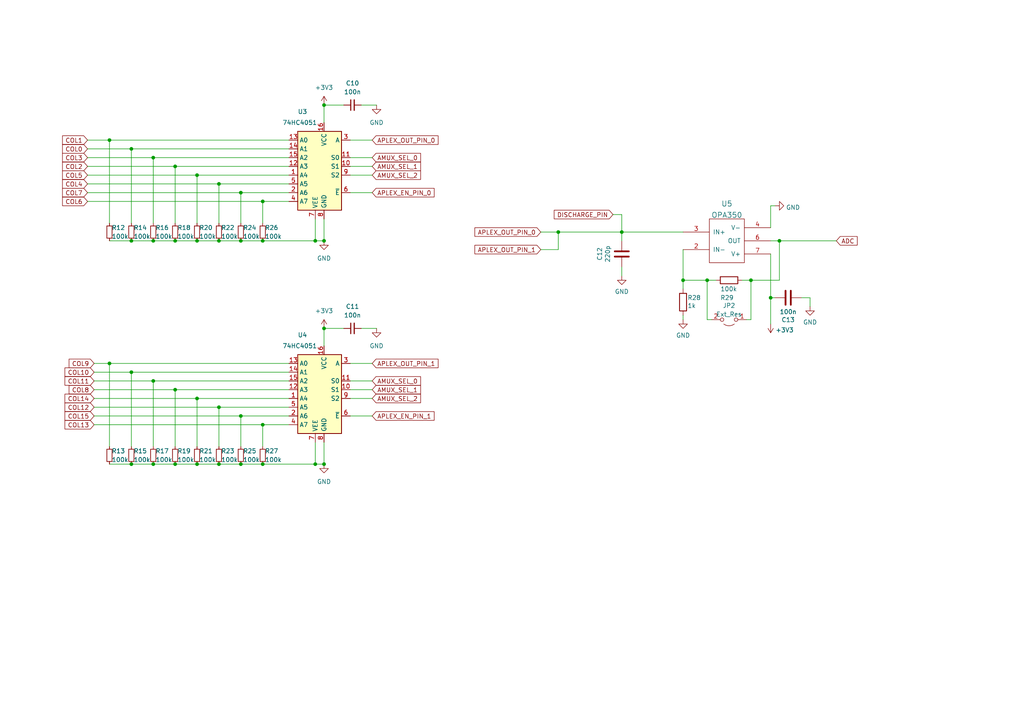
<source format=kicad_sch>
(kicad_sch (version 20211123) (generator eeschema)
  (paper "A4")
  (lib_symbols
    (symbol "74xx:74HC4051"
      (property "Reference" "U" (at -5.08 11.43 0))
      (property "Value" "74HC4051" (at -7.62 -13.97 0))
      (symbol "74HC4051_0_1"
        (rectangle (start -5.08 10.16) (end 7.62 -12.7) (stroke (width 0.254)) (fill (type background)))
      )
      (symbol "74HC4051_1_1"
        (pin passive line (at 10.16 -2.54 180) (length 2.54) (name "A4") (number "1"))
        (pin input line (at -7.62 0 0) (length 2.54) (name "S1") (number "10"))
        (pin input line (at -7.62 2.54 0) (length 2.54) (name "S0") (number "11"))
        (pin passive line (at 10.16 0 180) (length 2.54) (name "A3") (number "12"))
        (pin passive line (at 10.16 7.62 180) (length 2.54) (name "A0") (number "13"))
        (pin passive line (at 10.16 5.08 180) (length 2.54) (name "A1") (number "14"))
        (pin passive line (at 10.16 2.54 180) (length 2.54) (name "A2") (number "15"))
        (pin power_in line (at 0 12.7 270) (length 2.54) (name "VCC") (number "16"))
        (pin passive line (at 10.16 -7.62 180) (length 2.54) (name "A6") (number "2"))
        (pin passive line (at -7.62 7.62 0) (length 2.54) (name "A") (number "3"))
        (pin passive line (at 10.16 -10.16 180) (length 2.54) (name "A7") (number "4"))
        (pin passive line (at 10.16 -5.08 180) (length 2.54) (name "A5") (number "5"))
        (pin input line (at -7.62 -7.62 0) (length 2.54) (name "~{E}") (number "6"))
        (pin power_in line (at 2.54 -15.24 90) (length 2.54) (name "VEE") (number "7"))
        (pin power_in line (at 0 -15.24 90) (length 2.54) (name "GND") (number "8"))
        (pin input line (at -7.62 -2.54 0) (length 2.54) (name "S2") (number "9"))
      )
    )
    (symbol "Device:C" (pin_numbers hide) (pin_names (offset 0.254))
      (property "Reference" "C" (at 0.635 2.54 0))
      (property "Value" "C" (at 0.635 -2.54 0))
      (symbol "C_0_1"
        (polyline (pts (xy -2.032 -0.762) (xy 2.032 -0.762)) (stroke (width 0.508)))
        (polyline (pts (xy -2.032 0.762) (xy 2.032 0.762)) (stroke (width 0.508)))
      )
      (symbol "C_1_1"
        (pin passive line (at 0 3.81 270) (length 2.794) (name "~") (number "1"))
        (pin passive line (at 0 -3.81 90) (length 2.794) (name "~") (number "2"))
      )
    )
    (symbol "Device:C_Small" (pin_numbers hide) (pin_names (offset 0.254) hide)
      (property "Reference" "C" (at 0.254 1.778 0))
      (property "Value" "C_Small" (at 0.254 -2.032 0))
      (symbol "C_Small_0_1"
        (polyline (pts (xy -1.524 -0.508) (xy 1.524 -0.508)) (stroke (width 0.3302)))
        (polyline (pts (xy -1.524 0.508) (xy 1.524 0.508)) (stroke (width 0.3048)))
      )
      (symbol "C_Small_1_1"
        (pin passive line (at 0 2.54 270) (length 2.032) (name "~") (number "1"))
        (pin passive line (at 0 -2.54 90) (length 2.032) (name "~") (number "2"))
      )
    )
    (symbol "Device:R" (pin_numbers hide) (pin_names (offset 0))
      (property "Reference" "R" (at 2.032 0 90))
      (property "Value" "R" (at 0 0 90))
      (symbol "R_0_1"
        (rectangle (start -1.016 -2.54) (end 1.016 2.54) (stroke (width 0.254)))
      )
      (symbol "R_1_1"
        (pin passive line (at 0 3.81 270) (length 1.27) (name "~") (number "1"))
        (pin passive line (at 0 -3.81 90) (length 1.27) (name "~") (number "2"))
      )
    )
    (symbol "Device:R_Small" (pin_numbers hide) (pin_names (offset 0.254) hide)
      (property "Reference" "R" (at 0.762 0.508 0))
      (property "Value" "R_Small" (at 0.762 -1.016 0))
      (symbol "R_Small_0_1"
        (rectangle (start -0.762 1.778) (end 0.762 -1.778) (stroke (width 0.2032)))
      )
      (symbol "R_Small_1_1"
        (pin passive line (at 0 2.54 270) (length 0.762) (name "~") (number "1"))
        (pin passive line (at 0 -2.54 90) (length 0.762) (name "~") (number "2"))
      )
    )
    (symbol "Jumper:Jumper_2_Open" (pin_names (offset 0) hide)
      (property "Reference" "JP" (at 0 2.794 0))
      (property "Value" "Jumper_2_Open" (at 0 -2.286 0))
      (symbol "Jumper_2_Open_0_0"
        (circle (center -2.032 0) (radius 0.508))
        (circle (center 2.032 0) (radius 0.508))
      )
      (symbol "Jumper_2_Open_0_1"
        (arc (start 1.524 1.27) (mid 0 1.778) (end -1.524 1.27))
      )
      (symbol "Jumper_2_Open_1_1"
        (pin passive line (at -5.08 0 0) (length 2.54) (name "A") (number "1"))
        (pin passive line (at 5.08 0 180) (length 2.54) (name "B") (number "2"))
      )
    )
    (symbol "burrbrown:OPA350" (pin_names (offset 1.016))
      (property "Reference" "U" (at 8.89 -7.62 0))
      (property "Value" "OPA350" (at 5.08 7.62 0))
      (symbol "OPA350_0_1"
        (rectangle (start 0 -6.35) (end 10.16 6.35))
        (pin input line (at -7.62 2.54 0) (length 7.62) (name "IN-") (number "2"))
        (pin input line (at -7.62 -2.54 0) (length 7.62) (name "IN+") (number "3"))
        (pin input line (at 17.78 -3.81 180) (length 7.62) (name "V-") (number "4"))
        (pin input line (at 17.78 0 180) (length 7.62) (name "OUT") (number "6"))
        (pin input line (at 17.78 3.81 180) (length 7.62) (name "V+") (number "7"))
      )
    )
    (symbol "power:+3.3V" (power) (pin_names (offset 0))
      (property "Value" "+3.3V" (at 0 3.556 0))
      (symbol "+3.3V_0_1"
        (polyline (pts (xy -0.762 1.27) (xy 0 2.54)))
        (polyline (pts (xy 0 0) (xy 0 2.54)))
        (polyline (pts (xy 0 2.54) (xy 0.762 1.27)))
      )
      (symbol "+3.3V_1_1"
        (pin power_in line (at 0 0 90) (length 0) hide (name "+3V3") (number "1"))
      )
    )
    (symbol "power:GND" (power) (pin_names (offset 0))
      (property "Value" "GND" (at 0 -3.81 0))
      (symbol "GND_0_1"
        (polyline (pts (xy 0 0) (xy 0 -1.27) (xy 1.27 -1.27) (xy 0 -2.54) (xy -1.27 -1.27) (xy 0 -1.27)))
      )
      (symbol "GND_1_1"
        (pin power_in line (at 0 0 270) (length 0) hide (name "GND") (number "1"))
      )
    )
  )
  (junction (at 63.5 118.11))
  (junction (at 93.98 95.25))
  (junction (at 31.75 40.64))
  (junction (at 198.12 81.28))
  (junction (at 93.98 69.85))
  (junction (at 63.5 69.85))
  (junction (at 44.45 110.49))
  (junction (at 44.45 69.85))
  (junction (at 38.1 134.62))
  (junction (at 76.2 123.19))
  (junction (at 161.925 67.31))
  (junction (at 91.44 69.85))
  (junction (at 50.8 113.03))
  (junction (at 31.75 105.41))
  (junction (at 38.1 69.85))
  (junction (at 93.98 30.48))
  (junction (at 63.5 53.34))
  (junction (at 57.15 69.85))
  (junction (at 63.5 134.62))
  (junction (at 69.85 55.88))
  (junction (at 38.1 107.95))
  (junction (at 180.34 67.31))
  (junction (at 93.98 134.62))
  (junction (at 91.44 134.62))
  (junction (at 76.2 134.62))
  (junction (at 44.45 134.62))
  (junction (at 226.06 69.85))
  (junction (at 76.2 58.42))
  (junction (at 57.15 134.62))
  (junction (at 223.52 86.36))
  (junction (at 38.1 43.18))
  (junction (at 57.15 50.8))
  (junction (at 44.45 45.72))
  (junction (at 69.85 69.85))
  (junction (at 50.8 134.62))
  (junction (at 69.85 120.65))
  (junction (at 205.105 81.28))
  (junction (at 217.805 81.28))
  (junction (at 50.8 69.85))
  (junction (at 50.8 48.26))
  (junction (at 76.2 69.85))
  (junction (at 69.85 134.62))
  (junction (at 57.15 115.57))
  (wire (pts (xy 198.12 91.44) (xy 198.12 92.71)))
  (wire (pts (xy 57.15 115.57) (xy 83.82 115.57)))
  (wire (pts (xy 38.1 69.85) (xy 44.45 69.85)))
  (wire (pts (xy 156.845 72.39) (xy 161.925 72.39)))
  (wire (pts (xy 91.44 134.62) (xy 91.44 128.27)))
  (wire (pts (xy 223.52 73.66) (xy 223.52 86.36)))
  (wire (pts (xy 223.52 66.04) (xy 223.52 59.69)))
  (wire (pts (xy 50.8 129.54) (xy 50.8 113.03)))
  (wire (pts (xy 180.34 69.85) (xy 180.34 67.31)))
  (wire (pts (xy 31.75 134.62) (xy 38.1 134.62)))
  (wire (pts (xy 69.85 69.85) (xy 76.2 69.85)))
  (wire (pts (xy 177.8 62.23) (xy 180.34 62.23)))
  (wire (pts (xy 25.4 48.26) (xy 50.8 48.26)))
  (wire (pts (xy 232.41 86.36) (xy 234.95 86.36)))
  (wire (pts (xy 57.15 69.85) (xy 63.5 69.85)))
  (wire (pts (xy 31.75 105.41) (xy 83.82 105.41)))
  (wire (pts (xy 69.85 134.62) (xy 76.2 134.62)))
  (wire (pts (xy 234.95 86.36) (xy 234.95 88.9)))
  (wire (pts (xy 50.8 134.62) (xy 57.15 134.62)))
  (wire (pts (xy 180.34 67.31) (xy 198.12 67.31)))
  (wire (pts (xy 156.845 67.31) (xy 161.925 67.31)))
  (wire (pts (xy 217.805 92.71) (xy 217.805 81.28)))
  (wire (pts (xy 44.45 129.54) (xy 44.45 110.49)))
  (wire (pts (xy 27.305 105.41) (xy 31.75 105.41)))
  (wire (pts (xy 57.15 129.54) (xy 57.15 115.57)))
  (wire (pts (xy 101.6 120.65) (xy 107.95 120.65)))
  (wire (pts (xy 101.6 110.49) (xy 107.95 110.49)))
  (wire (pts (xy 101.6 113.03) (xy 107.95 113.03)))
  (wire (pts (xy 104.775 95.25) (xy 109.22 95.25)))
  (wire (pts (xy 57.15 134.62) (xy 63.5 134.62)))
  (wire (pts (xy 101.6 45.72) (xy 107.95 45.72)))
  (wire (pts (xy 27.305 113.03) (xy 50.8 113.03)))
  (wire (pts (xy 180.34 62.23) (xy 180.34 67.31)))
  (wire (pts (xy 76.2 69.85) (xy 91.44 69.85)))
  (wire (pts (xy 38.1 107.95) (xy 83.82 107.95)))
  (wire (pts (xy 25.4 45.72) (xy 44.45 45.72)))
  (wire (pts (xy 27.305 118.11) (xy 63.5 118.11)))
  (wire (pts (xy 104.775 30.48) (xy 109.22 30.48)))
  (wire (pts (xy 69.85 129.54) (xy 69.85 120.65)))
  (wire (pts (xy 226.06 69.85) (xy 223.52 69.85)))
  (wire (pts (xy 38.1 43.18) (xy 83.82 43.18)))
  (wire (pts (xy 63.5 69.85) (xy 69.85 69.85)))
  (wire (pts (xy 93.98 134.62) (xy 91.44 134.62)))
  (wire (pts (xy 25.4 58.42) (xy 76.2 58.42)))
  (wire (pts (xy 44.45 64.77) (xy 44.45 45.72)))
  (wire (pts (xy 76.2 64.77) (xy 76.2 58.42)))
  (wire (pts (xy 93.98 35.56) (xy 93.98 30.48)))
  (wire (pts (xy 25.4 50.8) (xy 57.15 50.8)))
  (wire (pts (xy 93.98 30.48) (xy 99.695 30.48)))
  (wire (pts (xy 76.2 58.42) (xy 83.82 58.42)))
  (wire (pts (xy 27.305 107.95) (xy 38.1 107.95)))
  (wire (pts (xy 93.98 95.25) (xy 99.695 95.25)))
  (wire (pts (xy 161.925 67.31) (xy 161.925 72.39)))
  (wire (pts (xy 25.4 55.88) (xy 69.85 55.88)))
  (wire (pts (xy 224.79 86.36) (xy 223.52 86.36)))
  (wire (pts (xy 63.5 134.62) (xy 69.85 134.62)))
  (wire (pts (xy 31.75 40.64) (xy 83.82 40.64)))
  (wire (pts (xy 217.805 81.28) (xy 226.06 81.28)))
  (wire (pts (xy 223.52 93.98) (xy 223.52 86.36)))
  (wire (pts (xy 161.925 67.31) (xy 180.34 67.31)))
  (wire (pts (xy 180.34 77.47) (xy 180.34 80.01)))
  (wire (pts (xy 50.8 113.03) (xy 83.82 113.03)))
  (wire (pts (xy 27.305 115.57) (xy 57.15 115.57)))
  (wire (pts (xy 198.12 81.28) (xy 205.105 81.28)))
  (wire (pts (xy 101.6 40.64) (xy 107.95 40.64)))
  (wire (pts (xy 101.6 55.88) (xy 107.95 55.88)))
  (wire (pts (xy 38.1 129.54) (xy 38.1 107.95)))
  (wire (pts (xy 31.75 129.54) (xy 31.75 105.41)))
  (wire (pts (xy 93.98 69.85) (xy 91.44 69.85)))
  (wire (pts (xy 205.105 92.71) (xy 205.105 81.28)))
  (wire (pts (xy 44.45 110.49) (xy 83.82 110.49)))
  (wire (pts (xy 38.1 64.77) (xy 38.1 43.18)))
  (wire (pts (xy 198.12 72.39) (xy 198.12 81.28)))
  (wire (pts (xy 215.265 81.28) (xy 217.805 81.28)))
  (wire (pts (xy 101.6 48.26) (xy 107.95 48.26)))
  (wire (pts (xy 101.6 105.41) (xy 107.95 105.41)))
  (wire (pts (xy 25.4 43.18) (xy 38.1 43.18)))
  (wire (pts (xy 216.535 92.71) (xy 217.805 92.71)))
  (wire (pts (xy 44.45 69.85) (xy 50.8 69.85)))
  (wire (pts (xy 25.4 53.34) (xy 63.5 53.34)))
  (wire (pts (xy 57.15 64.77) (xy 57.15 50.8)))
  (wire (pts (xy 63.5 64.77) (xy 63.5 53.34)))
  (wire (pts (xy 226.06 81.28) (xy 226.06 69.85)))
  (wire (pts (xy 76.2 134.62) (xy 91.44 134.62)))
  (wire (pts (xy 226.06 69.85) (xy 242.57 69.85)))
  (wire (pts (xy 50.8 64.77) (xy 50.8 48.26)))
  (wire (pts (xy 27.305 120.65) (xy 69.85 120.65)))
  (wire (pts (xy 93.98 100.33) (xy 93.98 95.25)))
  (wire (pts (xy 205.105 81.28) (xy 207.645 81.28)))
  (wire (pts (xy 76.2 123.19) (xy 83.82 123.19)))
  (wire (pts (xy 31.75 64.77) (xy 31.75 40.64)))
  (wire (pts (xy 223.52 59.69) (xy 224.79 59.69)))
  (wire (pts (xy 93.98 63.5) (xy 93.98 69.85)))
  (wire (pts (xy 44.45 45.72) (xy 83.82 45.72)))
  (wire (pts (xy 50.8 69.85) (xy 57.15 69.85)))
  (wire (pts (xy 63.5 118.11) (xy 83.82 118.11)))
  (wire (pts (xy 76.2 129.54) (xy 76.2 123.19)))
  (wire (pts (xy 50.8 48.26) (xy 83.82 48.26)))
  (wire (pts (xy 63.5 53.34) (xy 83.82 53.34)))
  (wire (pts (xy 27.305 123.19) (xy 76.2 123.19)))
  (wire (pts (xy 25.4 40.64) (xy 31.75 40.64)))
  (wire (pts (xy 63.5 129.54) (xy 63.5 118.11)))
  (wire (pts (xy 69.85 55.88) (xy 83.82 55.88)))
  (wire (pts (xy 69.85 120.65) (xy 83.82 120.65)))
  (wire (pts (xy 198.12 81.28) (xy 198.12 83.82)))
  (wire (pts (xy 91.44 69.85) (xy 91.44 63.5)))
  (wire (pts (xy 31.75 69.85) (xy 38.1 69.85)))
  (wire (pts (xy 57.15 50.8) (xy 83.82 50.8)))
  (wire (pts (xy 101.6 115.57) (xy 107.95 115.57)))
  (wire (pts (xy 69.85 64.77) (xy 69.85 55.88)))
  (wire (pts (xy 93.98 128.27) (xy 93.98 134.62)))
  (wire (pts (xy 101.6 50.8) (xy 107.95 50.8)))
  (wire (pts (xy 206.375 92.71) (xy 205.105 92.71)))
  (wire (pts (xy 27.305 110.49) (xy 44.45 110.49)))
  (wire (pts (xy 44.45 134.62) (xy 50.8 134.62)))
  (wire (pts (xy 38.1 134.62) (xy 44.45 134.62)))
  (global_label "APLEX_OUT_PIN_0" (shape input) (at 156.845 67.31 180) (property "Intersheet References" "${INTERSHEET_REFS}" (effects hide)))
  (global_label "COL15" (shape input) (at 27.305 120.65 180) (property "Intersheet References" "${INTERSHEET_REFS}" (effects hide)))
  (global_label "APLEX_EN_PIN_0" (shape input) (at 107.95 55.88 0) (property "Intersheet References" "${INTERSHEET_REFS}" (effects hide)))
  (global_label "COL10" (shape input) (at 27.305 107.95 180) (property "Intersheet References" "${INTERSHEET_REFS}" (effects hide)))
  (global_label "AMUX_SEL_1" (shape input) (at 107.95 48.26 0) (property "Intersheet References" "${INTERSHEET_REFS}" (effects hide)))
  (global_label "COL6" (shape input) (at 25.4 58.42 180) (property "Intersheet References" "${INTERSHEET_REFS}" (effects hide)))
  (global_label "COL14" (shape input) (at 27.305 115.57 180) (property "Intersheet References" "${INTERSHEET_REFS}" (effects hide)))
  (global_label "AMUX_SEL_0" (shape input) (at 107.95 110.49 0) (property "Intersheet References" "${INTERSHEET_REFS}" (effects hide)))
  (global_label "COL0" (shape input) (at 25.4 43.18 180) (property "Intersheet References" "${INTERSHEET_REFS}" (effects hide)))
  (global_label "COL5" (shape input) (at 25.4 50.8 180) (property "Intersheet References" "${INTERSHEET_REFS}" (effects hide)))
  (global_label "APLEX_OUT_PIN_1" (shape input) (at 156.845 72.39 180) (property "Intersheet References" "${INTERSHEET_REFS}" (effects hide)))
  (global_label "AMUX_SEL_0" (shape input) (at 107.95 45.72 0) (property "Intersheet References" "${INTERSHEET_REFS}" (effects hide)))
  (global_label "APLEX_OUT_PIN_1" (shape input) (at 107.95 105.41 0) (property "Intersheet References" "${INTERSHEET_REFS}" (effects hide)))
  (global_label "AMUX_SEL_2" (shape input) (at 107.95 115.57 0) (property "Intersheet References" "${INTERSHEET_REFS}" (effects hide)))
  (global_label "COL9" (shape input) (at 27.305 105.41 180) (property "Intersheet References" "${INTERSHEET_REFS}" (effects hide)))
  (global_label "APLEX_EN_PIN_1" (shape input) (at 107.95 120.65 0) (property "Intersheet References" "${INTERSHEET_REFS}" (effects hide)))
  (global_label "COL1" (shape input) (at 25.4 40.64 180) (property "Intersheet References" "${INTERSHEET_REFS}" (effects hide)))
  (global_label "ADC" (shape input) (at 242.57 69.85 0) (property "Intersheet References" "${INTERSHEET_REFS}" (effects hide)))
  (global_label "COL7" (shape input) (at 25.4 55.88 180) (property "Intersheet References" "${INTERSHEET_REFS}" (effects hide)))
  (global_label "COL4" (shape input) (at 25.4 53.34 180) (property "Intersheet References" "${INTERSHEET_REFS}" (effects hide)))
  (global_label "COL13" (shape input) (at 27.305 123.19 180) (property "Intersheet References" "${INTERSHEET_REFS}" (effects hide)))
  (global_label "COL8" (shape input) (at 27.305 113.03 180) (property "Intersheet References" "${INTERSHEET_REFS}" (effects hide)))
  (global_label "COL2" (shape input) (at 25.4 48.26 180) (property "Intersheet References" "${INTERSHEET_REFS}" (effects hide)))
  (global_label "AMUX_SEL_1" (shape input) (at 107.95 113.03 0) (property "Intersheet References" "${INTERSHEET_REFS}" (effects hide)))
  (global_label "COL3" (shape input) (at 25.4 45.72 180) (property "Intersheet References" "${INTERSHEET_REFS}" (effects hide)))
  (global_label "DISCHARGE_PIN" (shape input) (at 177.8 62.23 180) (property "Intersheet References" "${INTERSHEET_REFS}" (effects hide)))
  (global_label "APLEX_OUT_PIN_0" (shape input) (at 107.95 40.64 0) (property "Intersheet References" "${INTERSHEET_REFS}" (effects hide)))
  (global_label "COL12" (shape input) (at 27.305 118.11 180) (property "Intersheet References" "${INTERSHEET_REFS}" (effects hide)))
  (global_label "COL11" (shape input) (at 27.305 110.49 180) (property "Intersheet References" "${INTERSHEET_REFS}" (effects hide)))
  (global_label "AMUX_SEL_2" (shape input) (at 107.95 50.8 0) (property "Intersheet References" "${INTERSHEET_REFS}" (effects hide)))
  (symbol (lib_id "power:GND") (at 109.22 95.25 0) (unit 1)
    (property "Reference" "#PWR047" (effects hide))
    (property "Value" "GND" (at 109.22 100.33 0))
  )
  (symbol (lib_id "power:GND") (at 224.79 59.69 90) (unit 1)
    (property "Reference" "#PWR051" (effects hide))
    (property "Value" "GND" (at 227.965 60.169 90) (effects (justify right)))
  )
  (symbol (lib_id "power:GND") (at 198.12 92.71 0) (unit 1)
    (property "Reference" "#PWR049" (effects hide))
    (property "Value" "GND" (at 198.12 97.2725 0))
  )
  (symbol (lib_id "Device:R_Small") (at 69.85 132.08 0) (unit 1)
    (property "Reference" "R25" (at 70.485 130.81 0) (effects (justify left)))
    (property "Value" "100k" (at 70.485 133.35 0) (effects (justify left)))
    (property "Footprint" "Resistor_SMD:R_0402_1005Metric" (effects hide))
  )
  (symbol (lib_id "74xx:74HC4051") (at 93.98 113.03 0) (mirror y) (unit 1)
    (property "Reference" "U4" (at 86.36 97.155 0) (effects (justify right)))
    (property "Value" "74HC4051" (at 81.915 100.33 0) (effects (justify right)))
    (property "Footprint" "cipulot_parts:TSSOP16" (effects hide))
    (property "Datasheet" "http://www.ti.com/lit/ds/symlink/cd74hc4051.pdf" (effects hide))
  )
  (symbol (lib_id "power:GND") (at 93.98 69.85 0) (unit 1)
    (property "Reference" "#PWR043" (effects hide))
    (property "Value" "GND" (at 93.98 74.93 0))
  )
  (symbol (lib_id "Device:R_Small") (at 63.5 67.31 0) (unit 1)
    (property "Reference" "R22" (at 64.135 66.04 0) (effects (justify left)))
    (property "Value" "100k" (at 64.135 68.58 0) (effects (justify left)))
    (property "Footprint" "Resistor_SMD:R_0402_1005Metric" (effects hide))
  )
  (symbol (lib_id "Device:R_Small") (at 38.1 132.08 0) (unit 1)
    (property "Reference" "R15" (at 38.735 130.81 0) (effects (justify left)))
    (property "Value" "100k" (at 38.735 133.35 0) (effects (justify left)))
    (property "Footprint" "Resistor_SMD:R_0402_1005Metric" (effects hide))
  )
  (symbol (lib_id "Device:R_Small") (at 50.8 132.08 0) (unit 1)
    (property "Reference" "R19" (at 51.435 130.81 0) (effects (justify left)))
    (property "Value" "100k" (at 51.435 133.35 0) (effects (justify left)))
    (property "Footprint" "Resistor_SMD:R_0402_1005Metric" (effects hide))
  )
  (symbol (lib_id "Device:R_Small") (at 38.1 67.31 0) (unit 1)
    (property "Reference" "R14" (at 38.735 66.04 0) (effects (justify left)))
    (property "Value" "100k" (at 38.735 68.58 0) (effects (justify left)))
    (property "Footprint" "Resistor_SMD:R_0402_1005Metric" (effects hide))
  )
  (symbol (lib_id "Device:R_Small") (at 31.75 132.08 0) (unit 1)
    (property "Reference" "R13" (at 32.385 130.81 0) (effects (justify left)))
    (property "Value" "100k" (at 32.385 133.35 0) (effects (justify left)))
    (property "Footprint" "Resistor_SMD:R_0402_1005Metric" (effects hide))
  )
  (symbol (lib_id "Device:R_Small") (at 44.45 67.31 0) (unit 1)
    (property "Reference" "R16" (at 45.085 66.04 0) (effects (justify left)))
    (property "Value" "100k" (at 45.085 68.58 0) (effects (justify left)))
    (property "Footprint" "Resistor_SMD:R_0402_1005Metric" (effects hide))
  )
  (symbol (lib_id "Device:C_Small") (at 102.235 95.25 90) (unit 1)
    (property "Reference" "C11" (at 102.2413 88.9 90))
    (property "Value" "100n" (at 102.2413 91.44 90))
    (property "Footprint" "Capacitor_SMD:C_0402_1005Metric" (effects hide))
  )
  (symbol (lib_id "power:GND") (at 234.95 88.9 0) (unit 1)
    (property "Reference" "#PWR052" (effects hide))
    (property "Value" "GND" (at 234.95 93.4625 0))
  )
  (symbol (lib_id "Device:C") (at 228.6 86.36 270) (mirror x) (unit 1)
    (property "Reference" "C13" (at 228.6 92.7608 90))
    (property "Value" "100n" (at 228.6 90.4494 90))
    (property "Footprint" "Capacitor_SMD:C_0402_1005Metric" (effects hide))
    (property "LCSC" "C307331" (effects hide))
  )
  (symbol (lib_id "Device:R") (at 198.12 87.63 0) (unit 1)
    (property "Reference" "R28" (at 199.39 86.36 0) (effects (justify left)))
    (property "Value" "1k" (at 199.39 88.6714 0) (effects (justify left)))
    (property "Footprint" "Resistor_SMD:R_0402_1005Metric" (effects hide))
    (property "LCSC" "C11702" (effects hide))
  )
  (symbol (lib_id "Device:R_Small") (at 63.5 132.08 0) (unit 1)
    (property "Reference" "R23" (at 64.135 130.81 0) (effects (justify left)))
    (property "Value" "100k" (at 64.135 133.35 0) (effects (justify left)))
    (property "Footprint" "Resistor_SMD:R_0402_1005Metric" (effects hide))
  )
  (symbol (lib_id "Device:R_Small") (at 31.75 67.31 0) (unit 1)
    (property "Reference" "R12" (at 32.385 66.04 0) (effects (justify left)))
    (property "Value" "100k" (at 32.385 68.58 0) (effects (justify left)))
    (property "Footprint" "Resistor_SMD:R_0402_1005Metric" (effects hide))
  )
  (symbol (lib_id "Device:C") (at 180.34 73.66 0) (unit 1)
    (property "Reference" "C12" (at 173.9392 73.66 90))
    (property "Value" "220p" (at 176.2506 73.66 90))
    (property "Footprint" "Capacitor_SMD:C_0402_1005Metric" (effects hide))
    (property "LCSC" "C1530" (effects hide))
  )
  (symbol (lib_id "74xx:74HC4051") (at 93.98 48.26 0) (mirror y) (unit 1)
    (property "Reference" "U3" (at 86.36 32.385 0) (effects (justify right)))
    (property "Value" "74HC4051" (at 81.915 35.56 0) (effects (justify right)))
    (property "Footprint" "cipulot_parts:TSSOP16" (effects hide))
    (property "Datasheet" "http://www.ti.com/lit/ds/symlink/cd74hc4051.pdf" (effects hide))
  )
  (symbol (lib_id "Device:R_Small") (at 50.8 67.31 0) (unit 1)
    (property "Reference" "R18" (at 51.435 66.04 0) (effects (justify left)))
    (property "Value" "100k" (at 51.435 68.58 0) (effects (justify left)))
    (property "Footprint" "Resistor_SMD:R_0402_1005Metric" (effects hide))
  )
  (symbol (lib_id "Device:R") (at 211.455 81.28 270) (unit 1)
    (property "Reference" "R29" (at 208.915 86.36 90) (effects (justify left)))
    (property "Value" "100k" (at 208.915 83.82 90) (effects (justify left)))
    (property "Footprint" "Resistor_SMD:R_0402_1005Metric" (effects hide))
    (property "LCSC" "C25741" (effects hide))
  )
  (symbol (lib_id "power:GND") (at 180.34 80.01 0) (unit 1)
    (property "Reference" "#PWR048" (effects hide))
    (property "Value" "GND" (at 180.34 84.5725 0))
  )
  (symbol (lib_id "Device:R_Small") (at 44.45 132.08 0) (unit 1)
    (property "Reference" "R17" (at 45.085 130.81 0) (effects (justify left)))
    (property "Value" "100k" (at 45.085 133.35 0) (effects (justify left)))
    (property "Footprint" "Resistor_SMD:R_0402_1005Metric" (effects hide))
  )
  (symbol (lib_id "Device:R_Small") (at 57.15 132.08 0) (unit 1)
    (property "Reference" "R21" (at 57.785 130.81 0) (effects (justify left)))
    (property "Value" "100k" (at 57.785 133.35 0) (effects (justify left)))
    (property "Footprint" "Resistor_SMD:R_0402_1005Metric" (effects hide))
  )
  (symbol (lib_id "power:GND") (at 109.22 30.48 0) (unit 1)
    (property "Reference" "#PWR046" (effects hide))
    (property "Value" "GND" (at 109.22 35.56 0))
  )
  (symbol (lib_id "Device:R_Small") (at 69.85 67.31 0) (unit 1)
    (property "Reference" "R24" (at 70.485 66.04 0) (effects (justify left)))
    (property "Value" "100k" (at 70.485 68.58 0) (effects (justify left)))
    (property "Footprint" "Resistor_SMD:R_0402_1005Metric" (effects hide))
  )
  (symbol (lib_id "power:+3.3V") (at 93.98 30.48 0) (unit 1)
    (property "Reference" "#PWR042" (effects hide))
    (property "Value" "+3.3V" (at 93.98 25.4 0))
  )
  (symbol (lib_id "power:+3.3V") (at 223.52 93.98 180) (unit 1)
    (property "Reference" "#PWR050" (effects hide))
    (property "Value" "+3.3V" (at 224.917 95.729 0) (effects (justify right)))
  )
  (symbol (lib_id "Device:C_Small") (at 102.235 30.48 90) (unit 1)
    (property "Reference" "C10" (at 102.2413 24.13 90))
    (property "Value" "100n" (at 102.2413 26.67 90))
    (property "Footprint" "Capacitor_SMD:C_0402_1005Metric" (effects hide))
  )
  (symbol (lib_id "power:GND") (at 93.98 134.62 0) (unit 1)
    (property "Reference" "#PWR045" (effects hide))
    (property "Value" "GND" (at 93.98 139.7 0))
  )
  (symbol (lib_id "Device:R_Small") (at 57.15 67.31 0) (unit 1)
    (property "Reference" "R20" (at 57.785 66.04 0) (effects (justify left)))
    (property "Value" "100k" (at 57.785 68.58 0) (effects (justify left)))
    (property "Footprint" "Resistor_SMD:R_0402_1005Metric" (effects hide))
  )
  (symbol (lib_id "Device:R_Small") (at 76.2 67.31 0) (unit 1)
    (property "Reference" "R26" (at 76.835 66.04 0) (effects (justify left)))
    (property "Value" "100k" (at 76.835 68.58 0) (effects (justify left)))
    (property "Footprint" "Resistor_SMD:R_0402_1005Metric" (effects hide))
  )
  (symbol (lib_id "burrbrown:OPA350") (at 205.74 69.85 0) (mirror x) (unit 1)
    (property "Reference" "U5" (at 210.82 59.0961 0) (effects (font (size 1.524 1.524))))
    (property "Value" "OPA350" (at 210.82 62.3751 0) (effects (font (size 1.524 1.524))))
    (property "Footprint" "Package_SO:SOIC-8_3.9x4.9mm_P1.27mm" (effects hide))
    (property "LCSC" "C13388" (effects hide))
  )
  (symbol (lib_id "Jumper:Jumper_2_Open") (at 211.455 92.71 180) (unit 1)
    (property "Reference" "JP2" (at 211.455 88.6292 0))
    (property "Value" "Ext_Res" (at 211.455 91.1661 0))
    (property "Footprint" "Resistor_SMD:R_0603_1608Metric_Pad0.98x0.95mm_HandSolder" (effects hide))
  )
  (symbol (lib_id "Device:R_Small") (at 76.2 132.08 0) (unit 1)
    (property "Reference" "R27" (at 76.835 130.81 0) (effects (justify left)))
    (property "Value" "100k" (at 76.835 133.35 0) (effects (justify left)))
    (property "Footprint" "Resistor_SMD:R_0402_1005Metric" (effects hide))
  )
  (symbol (lib_id "power:+3.3V") (at 93.98 95.25 0) (unit 1)
    (property "Reference" "#PWR044" (effects hide))
    (property "Value" "+3.3V" (at 93.98 90.17 0))
  )
)
</source>
